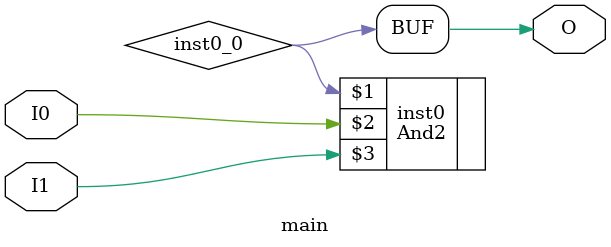
<source format=v>
module main (input  I0, input  I1, output  O);
wire  inst0_0;
And2 inst0 (inst0_0, I0, I1);
assign O = inst0_0;
endmodule


</source>
